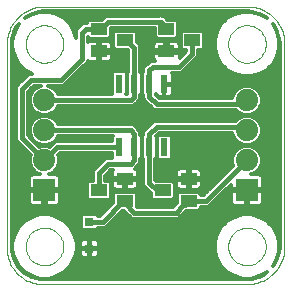
<source format=gbl>
G75*
G70*
%OFA0B0*%
%FSLAX24Y24*%
%IPPOS*%
%LPD*%
%AMOC8*
5,1,8,0,0,1.08239X$1,22.5*
%
%ADD10C,0.0000*%
%ADD11R,0.0740X0.0740*%
%ADD12C,0.0740*%
%ADD13R,0.0236X0.0610*%
%ADD14R,0.0551X0.0394*%
%ADD15R,0.0315X0.0315*%
%ADD16C,0.0120*%
%ADD17R,0.0356X0.0356*%
%ADD18C,0.0160*%
D10*
X000411Y001660D02*
X000409Y001594D01*
X000411Y001528D01*
X000417Y001462D01*
X000426Y001396D01*
X000439Y001331D01*
X000456Y001266D01*
X000476Y001203D01*
X000500Y001141D01*
X000527Y001081D01*
X000558Y001022D01*
X000592Y000964D01*
X000629Y000909D01*
X000669Y000856D01*
X000712Y000806D01*
X000757Y000757D01*
X000806Y000712D01*
X000856Y000669D01*
X000909Y000629D01*
X000964Y000592D01*
X001022Y000558D01*
X001081Y000527D01*
X001141Y000500D01*
X001203Y000476D01*
X001266Y000456D01*
X001331Y000439D01*
X001396Y000426D01*
X001462Y000417D01*
X001528Y000411D01*
X001594Y000409D01*
X001660Y000411D01*
X001660Y000410D02*
X008410Y000410D01*
X008478Y000412D01*
X008545Y000417D01*
X008612Y000426D01*
X008679Y000439D01*
X008744Y000456D01*
X008809Y000475D01*
X008873Y000499D01*
X008935Y000526D01*
X008996Y000556D01*
X009054Y000589D01*
X009111Y000625D01*
X009166Y000665D01*
X009219Y000707D01*
X009270Y000753D01*
X009317Y000800D01*
X009363Y000851D01*
X009405Y000904D01*
X009445Y000959D01*
X009481Y001016D01*
X009514Y001074D01*
X009544Y001135D01*
X009571Y001197D01*
X009595Y001261D01*
X009614Y001326D01*
X009631Y001391D01*
X009644Y001458D01*
X009653Y001525D01*
X009658Y001592D01*
X009660Y001660D01*
X009660Y008410D01*
X009658Y008478D01*
X009653Y008545D01*
X009644Y008612D01*
X009631Y008679D01*
X009614Y008744D01*
X009595Y008809D01*
X009571Y008873D01*
X009544Y008935D01*
X009514Y008996D01*
X009481Y009054D01*
X009445Y009111D01*
X009405Y009166D01*
X009363Y009219D01*
X009317Y009270D01*
X009270Y009317D01*
X009219Y009363D01*
X009166Y009405D01*
X009111Y009445D01*
X009054Y009481D01*
X008996Y009514D01*
X008935Y009544D01*
X008873Y009571D01*
X008809Y009595D01*
X008744Y009614D01*
X008679Y009631D01*
X008612Y009644D01*
X008545Y009653D01*
X008478Y009658D01*
X008410Y009660D01*
X001660Y009660D01*
X001035Y008410D02*
X001037Y008460D01*
X001043Y008509D01*
X001053Y008558D01*
X001066Y008605D01*
X001084Y008652D01*
X001105Y008697D01*
X001129Y008740D01*
X001157Y008781D01*
X001188Y008820D01*
X001222Y008856D01*
X001259Y008890D01*
X001299Y008920D01*
X001340Y008947D01*
X001384Y008971D01*
X001429Y008991D01*
X001476Y009007D01*
X001524Y009020D01*
X001573Y009029D01*
X001623Y009034D01*
X001672Y009035D01*
X001722Y009032D01*
X001771Y009025D01*
X001820Y009014D01*
X001867Y009000D01*
X001913Y008981D01*
X001958Y008959D01*
X002001Y008934D01*
X002041Y008905D01*
X002079Y008873D01*
X002115Y008839D01*
X002148Y008801D01*
X002177Y008761D01*
X002203Y008719D01*
X002226Y008675D01*
X002245Y008629D01*
X002261Y008582D01*
X002273Y008533D01*
X002281Y008484D01*
X002285Y008435D01*
X002285Y008385D01*
X002281Y008336D01*
X002273Y008287D01*
X002261Y008238D01*
X002245Y008191D01*
X002226Y008145D01*
X002203Y008101D01*
X002177Y008059D01*
X002148Y008019D01*
X002115Y007981D01*
X002079Y007947D01*
X002041Y007915D01*
X002001Y007886D01*
X001958Y007861D01*
X001913Y007839D01*
X001867Y007820D01*
X001820Y007806D01*
X001771Y007795D01*
X001722Y007788D01*
X001672Y007785D01*
X001623Y007786D01*
X001573Y007791D01*
X001524Y007800D01*
X001476Y007813D01*
X001429Y007829D01*
X001384Y007849D01*
X001340Y007873D01*
X001299Y007900D01*
X001259Y007930D01*
X001222Y007964D01*
X001188Y008000D01*
X001157Y008039D01*
X001129Y008080D01*
X001105Y008123D01*
X001084Y008168D01*
X001066Y008215D01*
X001053Y008262D01*
X001043Y008311D01*
X001037Y008360D01*
X001035Y008410D01*
X000410Y008410D02*
X000410Y001660D01*
X001035Y001660D02*
X001037Y001710D01*
X001043Y001759D01*
X001053Y001808D01*
X001066Y001855D01*
X001084Y001902D01*
X001105Y001947D01*
X001129Y001990D01*
X001157Y002031D01*
X001188Y002070D01*
X001222Y002106D01*
X001259Y002140D01*
X001299Y002170D01*
X001340Y002197D01*
X001384Y002221D01*
X001429Y002241D01*
X001476Y002257D01*
X001524Y002270D01*
X001573Y002279D01*
X001623Y002284D01*
X001672Y002285D01*
X001722Y002282D01*
X001771Y002275D01*
X001820Y002264D01*
X001867Y002250D01*
X001913Y002231D01*
X001958Y002209D01*
X002001Y002184D01*
X002041Y002155D01*
X002079Y002123D01*
X002115Y002089D01*
X002148Y002051D01*
X002177Y002011D01*
X002203Y001969D01*
X002226Y001925D01*
X002245Y001879D01*
X002261Y001832D01*
X002273Y001783D01*
X002281Y001734D01*
X002285Y001685D01*
X002285Y001635D01*
X002281Y001586D01*
X002273Y001537D01*
X002261Y001488D01*
X002245Y001441D01*
X002226Y001395D01*
X002203Y001351D01*
X002177Y001309D01*
X002148Y001269D01*
X002115Y001231D01*
X002079Y001197D01*
X002041Y001165D01*
X002001Y001136D01*
X001958Y001111D01*
X001913Y001089D01*
X001867Y001070D01*
X001820Y001056D01*
X001771Y001045D01*
X001722Y001038D01*
X001672Y001035D01*
X001623Y001036D01*
X001573Y001041D01*
X001524Y001050D01*
X001476Y001063D01*
X001429Y001079D01*
X001384Y001099D01*
X001340Y001123D01*
X001299Y001150D01*
X001259Y001180D01*
X001222Y001214D01*
X001188Y001250D01*
X001157Y001289D01*
X001129Y001330D01*
X001105Y001373D01*
X001084Y001418D01*
X001066Y001465D01*
X001053Y001512D01*
X001043Y001561D01*
X001037Y001610D01*
X001035Y001660D01*
X000410Y008410D02*
X000412Y008478D01*
X000417Y008545D01*
X000426Y008612D01*
X000439Y008679D01*
X000456Y008744D01*
X000475Y008809D01*
X000499Y008873D01*
X000526Y008935D01*
X000556Y008996D01*
X000589Y009054D01*
X000625Y009111D01*
X000665Y009166D01*
X000707Y009219D01*
X000753Y009270D01*
X000800Y009317D01*
X000851Y009363D01*
X000904Y009405D01*
X000959Y009445D01*
X001016Y009481D01*
X001074Y009514D01*
X001135Y009544D01*
X001197Y009571D01*
X001261Y009595D01*
X001326Y009614D01*
X001391Y009631D01*
X001458Y009644D01*
X001525Y009653D01*
X001592Y009658D01*
X001660Y009660D01*
X007785Y008410D02*
X007787Y008460D01*
X007793Y008509D01*
X007803Y008558D01*
X007816Y008605D01*
X007834Y008652D01*
X007855Y008697D01*
X007879Y008740D01*
X007907Y008781D01*
X007938Y008820D01*
X007972Y008856D01*
X008009Y008890D01*
X008049Y008920D01*
X008090Y008947D01*
X008134Y008971D01*
X008179Y008991D01*
X008226Y009007D01*
X008274Y009020D01*
X008323Y009029D01*
X008373Y009034D01*
X008422Y009035D01*
X008472Y009032D01*
X008521Y009025D01*
X008570Y009014D01*
X008617Y009000D01*
X008663Y008981D01*
X008708Y008959D01*
X008751Y008934D01*
X008791Y008905D01*
X008829Y008873D01*
X008865Y008839D01*
X008898Y008801D01*
X008927Y008761D01*
X008953Y008719D01*
X008976Y008675D01*
X008995Y008629D01*
X009011Y008582D01*
X009023Y008533D01*
X009031Y008484D01*
X009035Y008435D01*
X009035Y008385D01*
X009031Y008336D01*
X009023Y008287D01*
X009011Y008238D01*
X008995Y008191D01*
X008976Y008145D01*
X008953Y008101D01*
X008927Y008059D01*
X008898Y008019D01*
X008865Y007981D01*
X008829Y007947D01*
X008791Y007915D01*
X008751Y007886D01*
X008708Y007861D01*
X008663Y007839D01*
X008617Y007820D01*
X008570Y007806D01*
X008521Y007795D01*
X008472Y007788D01*
X008422Y007785D01*
X008373Y007786D01*
X008323Y007791D01*
X008274Y007800D01*
X008226Y007813D01*
X008179Y007829D01*
X008134Y007849D01*
X008090Y007873D01*
X008049Y007900D01*
X008009Y007930D01*
X007972Y007964D01*
X007938Y008000D01*
X007907Y008039D01*
X007879Y008080D01*
X007855Y008123D01*
X007834Y008168D01*
X007816Y008215D01*
X007803Y008262D01*
X007793Y008311D01*
X007787Y008360D01*
X007785Y008410D01*
X007785Y001660D02*
X007787Y001710D01*
X007793Y001759D01*
X007803Y001808D01*
X007816Y001855D01*
X007834Y001902D01*
X007855Y001947D01*
X007879Y001990D01*
X007907Y002031D01*
X007938Y002070D01*
X007972Y002106D01*
X008009Y002140D01*
X008049Y002170D01*
X008090Y002197D01*
X008134Y002221D01*
X008179Y002241D01*
X008226Y002257D01*
X008274Y002270D01*
X008323Y002279D01*
X008373Y002284D01*
X008422Y002285D01*
X008472Y002282D01*
X008521Y002275D01*
X008570Y002264D01*
X008617Y002250D01*
X008663Y002231D01*
X008708Y002209D01*
X008751Y002184D01*
X008791Y002155D01*
X008829Y002123D01*
X008865Y002089D01*
X008898Y002051D01*
X008927Y002011D01*
X008953Y001969D01*
X008976Y001925D01*
X008995Y001879D01*
X009011Y001832D01*
X009023Y001783D01*
X009031Y001734D01*
X009035Y001685D01*
X009035Y001635D01*
X009031Y001586D01*
X009023Y001537D01*
X009011Y001488D01*
X008995Y001441D01*
X008976Y001395D01*
X008953Y001351D01*
X008927Y001309D01*
X008898Y001269D01*
X008865Y001231D01*
X008829Y001197D01*
X008791Y001165D01*
X008751Y001136D01*
X008708Y001111D01*
X008663Y001089D01*
X008617Y001070D01*
X008570Y001056D01*
X008521Y001045D01*
X008472Y001038D01*
X008422Y001035D01*
X008373Y001036D01*
X008323Y001041D01*
X008274Y001050D01*
X008226Y001063D01*
X008179Y001079D01*
X008134Y001099D01*
X008090Y001123D01*
X008049Y001150D01*
X008009Y001180D01*
X007972Y001214D01*
X007938Y001250D01*
X007907Y001289D01*
X007879Y001330D01*
X007855Y001373D01*
X007834Y001418D01*
X007816Y001465D01*
X007803Y001512D01*
X007793Y001561D01*
X007787Y001610D01*
X007785Y001660D01*
D11*
X008410Y003535D03*
X001660Y003535D03*
D12*
X001660Y004535D03*
X001660Y005535D03*
X001660Y006535D03*
X008410Y006535D03*
X008410Y005535D03*
X008410Y004535D03*
D13*
X005660Y004968D03*
X005160Y004968D03*
X004660Y004968D03*
X004160Y004968D03*
X004160Y007094D03*
X004660Y007094D03*
X005160Y007094D03*
X005660Y007094D03*
D14*
X005727Y008161D03*
X005727Y008909D03*
X006593Y008535D03*
X004343Y008535D03*
X003477Y008161D03*
X003477Y008909D03*
X004343Y003909D03*
X004343Y003161D03*
X003477Y003535D03*
X005602Y003535D03*
X006468Y003161D03*
X006468Y003909D03*
D15*
X003160Y002478D03*
X003160Y001592D03*
D16*
X000926Y000884D02*
X000870Y000884D01*
X000776Y000978D02*
X000637Y001229D01*
X000572Y001508D01*
X000570Y001639D01*
X000570Y001656D01*
X000573Y001718D01*
X000570Y001721D01*
X000570Y008410D01*
X000583Y008581D01*
X000689Y008905D01*
X000805Y009065D01*
X000665Y008822D01*
X000592Y008551D01*
X000592Y008269D01*
X000665Y007998D01*
X000806Y007754D01*
X001004Y007556D01*
X001235Y007422D01*
X001140Y007422D01*
X000827Y007110D01*
X000710Y006993D01*
X000710Y005202D01*
X001202Y004710D01*
X001170Y004632D01*
X001170Y004438D01*
X001245Y004257D01*
X001382Y004120D01*
X001514Y004065D01*
X001269Y004065D01*
X001228Y004054D01*
X001192Y004033D01*
X001162Y004003D01*
X001141Y003967D01*
X001130Y003926D01*
X001130Y003575D01*
X001620Y003575D01*
X001620Y003495D01*
X001700Y003495D01*
X001700Y003575D01*
X002190Y003575D01*
X002190Y003926D01*
X002179Y003967D01*
X002158Y004003D01*
X002128Y004033D01*
X002092Y004054D01*
X002051Y004065D01*
X001806Y004065D01*
X001938Y004120D01*
X002075Y004257D01*
X002150Y004438D01*
X002150Y004632D01*
X002118Y004710D01*
X002176Y004768D01*
X003922Y004768D01*
X003922Y004613D01*
X003925Y004610D01*
X003702Y004610D01*
X003585Y004493D01*
X003585Y004493D01*
X003277Y004185D01*
X003277Y003852D01*
X003152Y003852D01*
X003081Y003782D01*
X003081Y003288D01*
X003152Y003218D01*
X003802Y003218D01*
X003873Y003288D01*
X003873Y003782D01*
X003802Y003852D01*
X003677Y003852D01*
X003677Y004019D01*
X003868Y004210D01*
X003945Y004210D01*
X003939Y004204D01*
X003918Y004168D01*
X003907Y004127D01*
X003907Y003947D01*
X004305Y003947D01*
X004305Y003871D01*
X004381Y003871D01*
X004381Y003552D01*
X004640Y003552D01*
X004680Y003563D01*
X004717Y003584D01*
X004747Y003614D01*
X004768Y003650D01*
X004779Y003691D01*
X004779Y003871D01*
X004382Y003871D01*
X004382Y003947D01*
X004779Y003947D01*
X004779Y004127D01*
X004768Y004168D01*
X004747Y004204D01*
X004717Y004234D01*
X004680Y004255D01*
X004667Y004259D01*
X004743Y004335D01*
X004860Y004452D01*
X004860Y004575D01*
X004898Y004613D01*
X004898Y005323D01*
X004860Y005361D01*
X004860Y005493D01*
X004735Y005618D01*
X004618Y005735D01*
X002108Y005735D01*
X002075Y005813D01*
X001938Y005950D01*
X001757Y006025D01*
X001563Y006025D01*
X001382Y005950D01*
X001245Y005813D01*
X001170Y005632D01*
X001170Y005438D01*
X001245Y005257D01*
X001382Y005120D01*
X001563Y005045D01*
X001757Y005045D01*
X001938Y005120D01*
X002075Y005257D01*
X002108Y005335D01*
X003934Y005335D01*
X003922Y005323D01*
X003922Y005168D01*
X002010Y005168D01*
X001835Y004993D01*
X001757Y005025D01*
X001563Y005025D01*
X001485Y004993D01*
X001110Y005368D01*
X001110Y006827D01*
X001305Y007023D01*
X001557Y007023D01*
X001382Y006950D01*
X001245Y006813D01*
X001170Y006632D01*
X001170Y006438D01*
X001245Y006257D01*
X001382Y006120D01*
X001563Y006045D01*
X001757Y006045D01*
X001938Y006120D01*
X002075Y006257D01*
X002108Y006335D01*
X004618Y006335D01*
X005202Y006335D01*
X005210Y006327D02*
X005327Y006210D01*
X008042Y006210D01*
X008132Y006120D01*
X008313Y006045D01*
X008507Y006045D01*
X008688Y006120D01*
X008825Y006257D01*
X008900Y006438D01*
X008900Y006632D01*
X008825Y006813D01*
X008688Y006950D01*
X008507Y007025D01*
X008313Y007025D01*
X008132Y006950D01*
X007995Y006813D01*
X007920Y006632D01*
X007920Y006610D01*
X005493Y006610D01*
X005381Y006722D01*
X005391Y006732D01*
X005393Y006727D01*
X005414Y006691D01*
X005444Y006661D01*
X005480Y006640D01*
X005521Y006629D01*
X005660Y006629D01*
X005799Y006629D01*
X005840Y006640D01*
X005876Y006661D01*
X005906Y006691D01*
X005927Y006727D01*
X005938Y006768D01*
X005938Y007094D01*
X005660Y007094D01*
X005660Y006629D01*
X005660Y007094D01*
X005660Y007094D01*
X005660Y007094D01*
X005938Y007094D01*
X005938Y007420D01*
X005927Y007460D01*
X006243Y007460D01*
X006360Y007577D01*
X006793Y008010D01*
X006793Y008218D01*
X006918Y008218D01*
X006989Y008288D01*
X006989Y008782D01*
X006918Y008852D01*
X006268Y008852D01*
X006197Y008782D01*
X006197Y008288D01*
X006268Y008218D01*
X006393Y008218D01*
X006393Y008176D01*
X006163Y007945D01*
X006163Y008123D01*
X005765Y008123D01*
X005765Y008199D01*
X005689Y008199D01*
X005688Y008199D02*
X005688Y008123D01*
X005291Y008123D01*
X005291Y007943D01*
X005302Y007902D01*
X005323Y007866D01*
X005329Y007860D01*
X005202Y007860D01*
X005077Y007735D01*
X004960Y007618D01*
X004960Y007487D01*
X004922Y007449D01*
X004922Y006739D01*
X004960Y006701D01*
X004960Y006577D01*
X005210Y006327D01*
X005321Y006217D02*
X002034Y006217D01*
X001885Y006098D02*
X008185Y006098D01*
X008203Y005980D02*
X001867Y005980D01*
X002027Y005861D02*
X008043Y005861D01*
X008042Y005860D02*
X005327Y005860D01*
X005210Y005743D01*
X004960Y005493D01*
X004960Y005361D01*
X004922Y005323D01*
X004922Y004613D01*
X004960Y004575D01*
X004960Y003702D01*
X005077Y003585D01*
X005206Y003456D01*
X005206Y003288D01*
X005277Y003218D01*
X005927Y003218D01*
X005998Y003288D01*
X005998Y003782D01*
X005927Y003852D01*
X005376Y003852D01*
X005360Y003868D01*
X005360Y004575D01*
X005398Y004613D01*
X005398Y005323D01*
X005377Y005344D01*
X005493Y005460D01*
X007920Y005460D01*
X007920Y005438D01*
X007995Y005257D01*
X008132Y005120D01*
X008313Y005045D01*
X008507Y005045D01*
X008688Y005120D01*
X008825Y005257D01*
X008900Y005438D01*
X008900Y005632D01*
X008825Y005813D01*
X008688Y005950D01*
X008507Y006025D01*
X008313Y006025D01*
X008132Y005950D01*
X008042Y005860D01*
X007941Y005387D02*
X005834Y005387D01*
X005828Y005393D02*
X005492Y005393D01*
X005422Y005323D01*
X005422Y004613D01*
X005492Y004543D01*
X005828Y004543D01*
X005898Y004613D01*
X005898Y005323D01*
X005828Y005393D01*
X005898Y005269D02*
X007990Y005269D01*
X008102Y005150D02*
X005898Y005150D01*
X005898Y005032D02*
X009500Y005032D01*
X009500Y004913D02*
X008725Y004913D01*
X008688Y004950D02*
X008507Y005025D01*
X008313Y005025D01*
X008132Y004950D01*
X007995Y004813D01*
X007920Y004632D01*
X007920Y004438D01*
X007952Y004360D01*
X006953Y003361D01*
X006864Y003361D01*
X006864Y003408D01*
X006793Y003478D01*
X006143Y003478D01*
X006072Y003408D01*
X006072Y003105D01*
X005952Y002985D01*
X004743Y002985D01*
X004739Y002989D01*
X004739Y003408D01*
X004668Y003478D01*
X004018Y003478D01*
X003947Y003408D01*
X003947Y003106D01*
X003519Y002678D01*
X003437Y002678D01*
X003437Y002685D01*
X003367Y002755D01*
X002953Y002755D01*
X002883Y002685D01*
X002883Y002271D01*
X002953Y002200D01*
X003367Y002200D01*
X003437Y002271D01*
X003437Y002278D01*
X003685Y002278D01*
X004251Y002844D01*
X004318Y002844D01*
X004460Y002702D01*
X004577Y002585D01*
X006118Y002585D01*
X006368Y002835D01*
X006425Y002835D01*
X006434Y002844D01*
X006793Y002844D01*
X006864Y002914D01*
X006864Y002961D01*
X007119Y002961D01*
X007880Y003722D01*
X007880Y003575D01*
X008370Y003575D01*
X008370Y003495D01*
X008450Y003495D01*
X008450Y003575D01*
X008940Y003575D01*
X008940Y003926D01*
X008929Y003967D01*
X008908Y004003D01*
X008878Y004033D01*
X008842Y004054D01*
X008801Y004065D01*
X008556Y004065D01*
X008688Y004120D01*
X008825Y004257D01*
X008900Y004438D01*
X008900Y004632D01*
X008825Y004813D01*
X008688Y004950D01*
X008718Y005150D02*
X009500Y005150D01*
X009500Y005269D02*
X008830Y005269D01*
X008879Y005387D02*
X009500Y005387D01*
X009500Y005506D02*
X008900Y005506D01*
X008900Y005624D02*
X009500Y005624D01*
X009500Y005743D02*
X008854Y005743D01*
X008777Y005861D02*
X009500Y005861D01*
X009500Y005980D02*
X008617Y005980D01*
X008635Y006098D02*
X009500Y006098D01*
X009500Y006217D02*
X008784Y006217D01*
X008858Y006335D02*
X009500Y006335D01*
X009500Y006454D02*
X008900Y006454D01*
X008900Y006572D02*
X009500Y006572D01*
X009500Y006691D02*
X008876Y006691D01*
X008827Y006809D02*
X009500Y006809D01*
X009500Y006928D02*
X008710Y006928D01*
X008551Y007342D02*
X008269Y007342D01*
X007998Y007415D01*
X007754Y007556D01*
X007556Y007754D01*
X007415Y007998D01*
X007342Y008269D01*
X007342Y008551D01*
X007415Y008822D01*
X007556Y009066D01*
X007754Y009264D01*
X007998Y009405D01*
X008269Y009478D01*
X008551Y009478D01*
X008822Y009405D01*
X009065Y009265D01*
X008905Y009381D01*
X008581Y009487D01*
X008410Y009500D01*
X001660Y009500D01*
X001489Y009487D01*
X001165Y009381D01*
X001005Y009265D01*
X001248Y009405D01*
X001519Y009478D01*
X001801Y009478D01*
X002072Y009405D01*
X002316Y009264D01*
X002514Y009066D01*
X002655Y008822D01*
X002710Y008617D01*
X002710Y008868D01*
X002827Y008985D01*
X002952Y009110D01*
X003077Y009110D01*
X003078Y009110D01*
X003081Y009110D01*
X003081Y009156D01*
X003152Y009226D01*
X003568Y009226D01*
X003702Y009360D01*
X005467Y009360D01*
X005479Y009369D01*
X005500Y009366D01*
X005519Y009376D01*
X005567Y009360D01*
X005618Y009360D01*
X005629Y009349D01*
X005644Y009347D01*
X005656Y009330D01*
X005677Y009324D01*
X005699Y009279D01*
X005735Y009243D01*
X005735Y009228D01*
X005736Y009226D01*
X006052Y009226D01*
X006123Y009156D01*
X006123Y008662D01*
X006052Y008592D01*
X005402Y008592D01*
X005331Y008662D01*
X005331Y008960D01*
X003873Y008960D01*
X003873Y008662D01*
X003802Y008592D01*
X003152Y008592D01*
X003110Y008634D01*
X003110Y008490D01*
X003140Y008507D01*
X003180Y008518D01*
X003439Y008518D01*
X003439Y008199D01*
X003515Y008199D01*
X003515Y008518D01*
X003774Y008518D01*
X003814Y008507D01*
X003851Y008486D01*
X003881Y008456D01*
X003902Y008420D01*
X003913Y008379D01*
X003913Y008199D01*
X003515Y008199D01*
X003515Y008123D01*
X003913Y008123D01*
X003913Y007943D01*
X003902Y007902D01*
X003881Y007866D01*
X003851Y007836D01*
X003814Y007815D01*
X003774Y007804D01*
X003515Y007804D01*
X003515Y008123D01*
X003439Y008123D01*
X003439Y007804D01*
X003180Y007804D01*
X003140Y007815D01*
X003110Y007832D01*
X003110Y007827D01*
X002422Y007140D01*
X002305Y007023D01*
X001763Y007023D01*
X001938Y006950D01*
X002075Y006813D01*
X002108Y006735D01*
X003926Y006735D01*
X003922Y006739D01*
X003922Y007449D01*
X003992Y007519D01*
X004328Y007519D01*
X004398Y007449D01*
X004398Y006739D01*
X004394Y006735D01*
X004426Y006735D01*
X004422Y006739D01*
X004422Y007449D01*
X004460Y007487D01*
X004460Y008202D01*
X004444Y008218D01*
X004018Y008218D01*
X003947Y008288D01*
X003947Y008782D01*
X004018Y008852D01*
X004668Y008852D01*
X004739Y008782D01*
X004739Y008489D01*
X004743Y008485D01*
X004860Y008368D01*
X004860Y007487D01*
X004898Y007449D01*
X004898Y006739D01*
X004860Y006701D01*
X004860Y006577D01*
X004735Y006452D01*
X004618Y006335D01*
X004736Y006454D02*
X005084Y006454D01*
X004965Y006572D02*
X004855Y006572D01*
X004860Y006691D02*
X004960Y006691D01*
X004922Y006809D02*
X004898Y006809D01*
X004898Y006928D02*
X004922Y006928D01*
X004922Y007046D02*
X004898Y007046D01*
X004898Y007165D02*
X004922Y007165D01*
X004922Y007283D02*
X004898Y007283D01*
X004898Y007402D02*
X004922Y007402D01*
X004960Y007520D02*
X004860Y007520D01*
X004860Y007639D02*
X004981Y007639D01*
X005099Y007757D02*
X004860Y007757D01*
X004860Y007876D02*
X005318Y007876D01*
X005291Y007994D02*
X004860Y007994D01*
X004860Y008113D02*
X005291Y008113D01*
X005291Y008199D02*
X005688Y008199D01*
X005689Y008199D02*
X005689Y008518D01*
X005430Y008518D01*
X005390Y008507D01*
X005353Y008486D01*
X005323Y008456D01*
X005302Y008420D01*
X005291Y008379D01*
X005291Y008199D01*
X005291Y008231D02*
X004860Y008231D01*
X004860Y008350D02*
X005291Y008350D01*
X005335Y008468D02*
X004760Y008468D01*
X004739Y008587D02*
X006197Y008587D01*
X006197Y008705D02*
X006123Y008705D01*
X006123Y008824D02*
X006239Y008824D01*
X006123Y008942D02*
X007484Y008942D01*
X007416Y008824D02*
X006947Y008824D01*
X006989Y008705D02*
X007384Y008705D01*
X007352Y008587D02*
X006989Y008587D01*
X006989Y008468D02*
X007342Y008468D01*
X007342Y008350D02*
X006989Y008350D01*
X006931Y008231D02*
X007353Y008231D01*
X007384Y008113D02*
X006793Y008113D01*
X006777Y007994D02*
X007417Y007994D01*
X007486Y007876D02*
X006658Y007876D01*
X006540Y007757D02*
X007554Y007757D01*
X007671Y007639D02*
X006421Y007639D01*
X006303Y007520D02*
X007816Y007520D01*
X008048Y007402D02*
X005938Y007402D01*
X005938Y007283D02*
X009500Y007283D01*
X009500Y007165D02*
X005938Y007165D01*
X005938Y007046D02*
X009500Y007046D01*
X009500Y007402D02*
X008772Y007402D01*
X008822Y007415D02*
X009066Y007556D01*
X009264Y007754D01*
X009405Y007998D01*
X009478Y008269D01*
X009478Y008551D01*
X009405Y008822D01*
X009265Y009065D01*
X009381Y008905D01*
X009487Y008581D01*
X009500Y008410D01*
X009500Y001660D01*
X009487Y001489D01*
X009381Y001165D01*
X009265Y001005D01*
X009405Y001248D01*
X009478Y001519D01*
X009478Y001801D01*
X009405Y002072D01*
X009264Y002316D01*
X009066Y002514D01*
X008822Y002655D01*
X008551Y002728D01*
X008269Y002728D01*
X007998Y002655D01*
X007754Y002514D01*
X007556Y002316D01*
X007415Y002072D01*
X007342Y001801D01*
X007342Y001519D01*
X007415Y001248D01*
X007556Y001004D01*
X007754Y000806D01*
X007998Y000665D01*
X008269Y000592D01*
X008551Y000592D01*
X008822Y000665D01*
X009065Y000805D01*
X008905Y000689D01*
X008581Y000583D01*
X008410Y000570D01*
X001721Y000570D01*
X001718Y000573D01*
X001656Y000570D01*
X001639Y000570D01*
X001508Y000572D01*
X001229Y000637D01*
X000978Y000776D01*
X000776Y000978D01*
X000762Y001003D02*
X000807Y001003D01*
X000806Y001004D02*
X001004Y000806D01*
X001248Y000665D01*
X001519Y000592D01*
X001801Y000592D01*
X002072Y000665D01*
X002316Y000806D01*
X002514Y001004D01*
X002655Y001248D01*
X002728Y001519D01*
X002728Y001801D01*
X002655Y002072D01*
X002514Y002316D01*
X002316Y002514D01*
X002072Y002655D01*
X001801Y002728D01*
X001519Y002728D01*
X001248Y002655D01*
X001004Y002514D01*
X000806Y002316D01*
X000665Y002072D01*
X000592Y001801D01*
X000592Y001519D01*
X000665Y001248D01*
X000806Y001004D01*
X000738Y001121D02*
X000696Y001121D01*
X000670Y001240D02*
X000634Y001240D01*
X000635Y001358D02*
X000607Y001358D01*
X000604Y001477D02*
X000580Y001477D01*
X000571Y001595D02*
X000592Y001595D01*
X000592Y001714D02*
X000573Y001714D01*
X000570Y001832D02*
X000601Y001832D01*
X000570Y001951D02*
X000632Y001951D01*
X000664Y002069D02*
X000570Y002069D01*
X000570Y002188D02*
X000732Y002188D01*
X000800Y002306D02*
X000570Y002306D01*
X000570Y002425D02*
X000914Y002425D01*
X001054Y002543D02*
X000570Y002543D01*
X000570Y002662D02*
X001272Y002662D01*
X001269Y003005D02*
X001620Y003005D01*
X001620Y003495D01*
X001130Y003495D01*
X001130Y003144D01*
X001141Y003103D01*
X001162Y003067D01*
X001192Y003037D01*
X001228Y003016D01*
X001269Y003005D01*
X001226Y003017D02*
X000570Y003017D01*
X000570Y002899D02*
X003740Y002899D01*
X003858Y003017D02*
X002094Y003017D01*
X002092Y003016D02*
X002128Y003037D01*
X002158Y003067D01*
X002179Y003103D01*
X002190Y003144D01*
X002190Y003495D01*
X001700Y003495D01*
X001700Y003005D01*
X002051Y003005D01*
X002092Y003016D01*
X002188Y003136D02*
X003947Y003136D01*
X003947Y003254D02*
X003838Y003254D01*
X003873Y003373D02*
X003947Y003373D01*
X003873Y003491D02*
X005171Y003491D01*
X005206Y003373D02*
X004739Y003373D01*
X004739Y003254D02*
X005241Y003254D01*
X005053Y003610D02*
X004742Y003610D01*
X004779Y003728D02*
X004960Y003728D01*
X004960Y003847D02*
X004779Y003847D01*
X004779Y003965D02*
X004960Y003965D01*
X004960Y004084D02*
X004779Y004084D01*
X004748Y004202D02*
X004960Y004202D01*
X004960Y004321D02*
X004728Y004321D01*
X004847Y004439D02*
X004960Y004439D01*
X004960Y004558D02*
X004860Y004558D01*
X004898Y004676D02*
X004922Y004676D01*
X004922Y004795D02*
X004898Y004795D01*
X004898Y004913D02*
X004922Y004913D01*
X004922Y005032D02*
X004898Y005032D01*
X004898Y005150D02*
X004922Y005150D01*
X004922Y005269D02*
X004898Y005269D01*
X004860Y005387D02*
X004960Y005387D01*
X004973Y005506D02*
X004847Y005506D01*
X004729Y005624D02*
X005091Y005624D01*
X005210Y005743D02*
X002104Y005743D01*
X002080Y005269D02*
X003922Y005269D01*
X003922Y004676D02*
X002132Y004676D01*
X002150Y004558D02*
X003650Y004558D01*
X003531Y004439D02*
X002150Y004439D01*
X002102Y004321D02*
X003413Y004321D01*
X003294Y004202D02*
X002020Y004202D01*
X001850Y004084D02*
X003277Y004084D01*
X003277Y003965D02*
X002180Y003965D01*
X002190Y003847D02*
X003146Y003847D01*
X003081Y003728D02*
X002190Y003728D01*
X002190Y003610D02*
X003081Y003610D01*
X003081Y003491D02*
X002190Y003491D01*
X002190Y003373D02*
X003081Y003373D01*
X003116Y003254D02*
X002190Y003254D01*
X001700Y003254D02*
X001620Y003254D01*
X001620Y003136D02*
X001700Y003136D01*
X001700Y003017D02*
X001620Y003017D01*
X001620Y003373D02*
X001700Y003373D01*
X001700Y003491D02*
X001620Y003491D01*
X001130Y003491D02*
X000570Y003491D01*
X000570Y003373D02*
X001130Y003373D01*
X001130Y003254D02*
X000570Y003254D01*
X000570Y003136D02*
X001132Y003136D01*
X001130Y003610D02*
X000570Y003610D01*
X000570Y003728D02*
X001130Y003728D01*
X001130Y003847D02*
X000570Y003847D01*
X000570Y003965D02*
X001140Y003965D01*
X001300Y004202D02*
X000570Y004202D01*
X000570Y004084D02*
X001470Y004084D01*
X001218Y004321D02*
X000570Y004321D01*
X000570Y004439D02*
X001170Y004439D01*
X001170Y004558D02*
X000570Y004558D01*
X000570Y004676D02*
X001188Y004676D01*
X001118Y004795D02*
X000570Y004795D01*
X000570Y004913D02*
X000999Y004913D01*
X000881Y005032D02*
X000570Y005032D01*
X000570Y005150D02*
X000762Y005150D01*
X000710Y005269D02*
X000570Y005269D01*
X000570Y005387D02*
X000710Y005387D01*
X000710Y005506D02*
X000570Y005506D01*
X000570Y005624D02*
X000710Y005624D01*
X000710Y005743D02*
X000570Y005743D01*
X000570Y005861D02*
X000710Y005861D01*
X000710Y005980D02*
X000570Y005980D01*
X000570Y006098D02*
X000710Y006098D01*
X000710Y006217D02*
X000570Y006217D01*
X000570Y006335D02*
X000710Y006335D01*
X000710Y006454D02*
X000570Y006454D01*
X000570Y006572D02*
X000710Y006572D01*
X000710Y006691D02*
X000570Y006691D01*
X000570Y006809D02*
X000710Y006809D01*
X000710Y006928D02*
X000570Y006928D01*
X000570Y007046D02*
X000763Y007046D01*
X000882Y007165D02*
X000570Y007165D01*
X000570Y007283D02*
X001000Y007283D01*
X001119Y007402D02*
X000570Y007402D01*
X000570Y007520D02*
X001066Y007520D01*
X000921Y007639D02*
X000570Y007639D01*
X000570Y007757D02*
X000804Y007757D01*
X000736Y007876D02*
X000570Y007876D01*
X000570Y007994D02*
X000667Y007994D01*
X000634Y008113D02*
X000570Y008113D01*
X000570Y008231D02*
X000603Y008231D01*
X000592Y008350D02*
X000570Y008350D01*
X000575Y008468D02*
X000592Y008468D01*
X000585Y008587D02*
X000602Y008587D01*
X000624Y008705D02*
X000634Y008705D01*
X000662Y008824D02*
X000666Y008824D01*
X000716Y008942D02*
X000734Y008942D01*
X000802Y009061D02*
X000803Y009061D01*
X001050Y009298D02*
X001062Y009298D01*
X001272Y009416D02*
X001289Y009416D01*
X002031Y009416D02*
X008039Y009416D01*
X007812Y009298D02*
X005690Y009298D01*
X006099Y009179D02*
X007669Y009179D01*
X007553Y009061D02*
X006123Y009061D01*
X006024Y008518D02*
X005765Y008518D01*
X005765Y008199D01*
X006163Y008199D01*
X006163Y008379D01*
X006152Y008420D01*
X006131Y008456D01*
X006101Y008486D01*
X006064Y008507D01*
X006024Y008518D01*
X006119Y008468D02*
X006197Y008468D01*
X006197Y008350D02*
X006163Y008350D01*
X006163Y008231D02*
X006255Y008231D01*
X006330Y008113D02*
X006163Y008113D01*
X006163Y007994D02*
X006211Y007994D01*
X005765Y008231D02*
X005689Y008231D01*
X005689Y008350D02*
X005765Y008350D01*
X005765Y008468D02*
X005689Y008468D01*
X005331Y008705D02*
X004739Y008705D01*
X004697Y008824D02*
X005331Y008824D01*
X005331Y008942D02*
X003873Y008942D01*
X003873Y008824D02*
X003989Y008824D01*
X003947Y008705D02*
X003873Y008705D01*
X003947Y008587D02*
X003110Y008587D01*
X002784Y008942D02*
X002586Y008942D01*
X002654Y008824D02*
X002710Y008824D01*
X002710Y008705D02*
X002686Y008705D01*
X002517Y009061D02*
X002903Y009061D01*
X003105Y009179D02*
X002401Y009179D01*
X002258Y009298D02*
X003640Y009298D01*
X003515Y008468D02*
X003439Y008468D01*
X003439Y008350D02*
X003515Y008350D01*
X003515Y008231D02*
X003439Y008231D01*
X003439Y008113D02*
X003515Y008113D01*
X003515Y007994D02*
X003439Y007994D01*
X003439Y007876D02*
X003515Y007876D01*
X003886Y007876D02*
X004460Y007876D01*
X004460Y007994D02*
X003913Y007994D01*
X003913Y008113D02*
X004460Y008113D01*
X004460Y007757D02*
X003040Y007757D01*
X002921Y007639D02*
X004460Y007639D01*
X004460Y007520D02*
X002803Y007520D01*
X002684Y007402D02*
X003922Y007402D01*
X003922Y007283D02*
X002566Y007283D01*
X002447Y007165D02*
X003922Y007165D01*
X003922Y007046D02*
X002329Y007046D01*
X002077Y006809D02*
X003922Y006809D01*
X003922Y006928D02*
X001960Y006928D01*
X001360Y006928D02*
X001210Y006928D01*
X001243Y006809D02*
X001110Y006809D01*
X001110Y006691D02*
X001194Y006691D01*
X001170Y006572D02*
X001110Y006572D01*
X001110Y006454D02*
X001170Y006454D01*
X001212Y006335D02*
X001110Y006335D01*
X001110Y006217D02*
X001286Y006217D01*
X001435Y006098D02*
X001110Y006098D01*
X001110Y005980D02*
X001453Y005980D01*
X001293Y005861D02*
X001110Y005861D01*
X001110Y005743D02*
X001216Y005743D01*
X001170Y005624D02*
X001110Y005624D01*
X001110Y005506D02*
X001170Y005506D01*
X001191Y005387D02*
X001110Y005387D01*
X001209Y005269D02*
X001240Y005269D01*
X001328Y005150D02*
X001352Y005150D01*
X001446Y005032D02*
X001874Y005032D01*
X001968Y005150D02*
X001992Y005150D01*
X003677Y003965D02*
X003907Y003965D01*
X003907Y003871D02*
X003907Y003691D01*
X003918Y003650D01*
X003939Y003614D01*
X003969Y003584D01*
X004006Y003563D01*
X004046Y003552D01*
X004305Y003552D01*
X004305Y003871D01*
X003907Y003871D01*
X003907Y003847D02*
X003808Y003847D01*
X003873Y003728D02*
X003907Y003728D01*
X003873Y003610D02*
X003944Y003610D01*
X004305Y003610D02*
X004381Y003610D01*
X004381Y003728D02*
X004305Y003728D01*
X004305Y003847D02*
X004381Y003847D01*
X003938Y004202D02*
X003860Y004202D01*
X003907Y004084D02*
X003741Y004084D01*
X004739Y003136D02*
X006072Y003136D01*
X006072Y003254D02*
X005963Y003254D01*
X005998Y003373D02*
X006072Y003373D01*
X005998Y003491D02*
X007083Y003491D01*
X006965Y003373D02*
X006864Y003373D01*
X006805Y003563D02*
X006842Y003584D01*
X006872Y003614D01*
X006893Y003650D01*
X006904Y003691D01*
X006904Y003871D01*
X006507Y003871D01*
X006507Y003947D01*
X006904Y003947D01*
X006904Y004127D01*
X006893Y004168D01*
X006872Y004204D01*
X006842Y004234D01*
X006805Y004255D01*
X006765Y004266D01*
X006506Y004266D01*
X006506Y003947D01*
X006430Y003947D01*
X006430Y003871D01*
X006506Y003871D01*
X006506Y003552D01*
X006765Y003552D01*
X006805Y003563D01*
X006867Y003610D02*
X007202Y003610D01*
X007320Y003728D02*
X006904Y003728D01*
X006904Y003847D02*
X007439Y003847D01*
X007557Y003965D02*
X006904Y003965D01*
X006904Y004084D02*
X007676Y004084D01*
X007794Y004202D02*
X006873Y004202D01*
X006506Y004202D02*
X006430Y004202D01*
X006430Y004266D02*
X006171Y004266D01*
X006131Y004255D01*
X006094Y004234D01*
X006064Y004204D01*
X006043Y004168D01*
X006032Y004127D01*
X006032Y003947D01*
X006430Y003947D01*
X006430Y004266D01*
X006430Y004084D02*
X006506Y004084D01*
X006506Y003965D02*
X006430Y003965D01*
X006430Y003871D02*
X006032Y003871D01*
X006032Y003691D01*
X006043Y003650D01*
X006064Y003614D01*
X006094Y003584D01*
X006131Y003563D01*
X006171Y003552D01*
X006430Y003552D01*
X006430Y003871D01*
X006430Y003847D02*
X006506Y003847D01*
X006506Y003728D02*
X006430Y003728D01*
X006430Y003610D02*
X006506Y003610D01*
X006069Y003610D02*
X005998Y003610D01*
X005998Y003728D02*
X006032Y003728D01*
X006032Y003847D02*
X005933Y003847D01*
X006032Y003965D02*
X005360Y003965D01*
X005360Y004084D02*
X006032Y004084D01*
X006063Y004202D02*
X005360Y004202D01*
X005360Y004321D02*
X007913Y004321D01*
X007920Y004439D02*
X005360Y004439D01*
X005360Y004558D02*
X005478Y004558D01*
X005422Y004676D02*
X005398Y004676D01*
X005398Y004795D02*
X005422Y004795D01*
X005422Y004913D02*
X005398Y004913D01*
X005398Y005032D02*
X005422Y005032D01*
X005422Y005150D02*
X005398Y005150D01*
X005398Y005269D02*
X005422Y005269D01*
X005420Y005387D02*
X005486Y005387D01*
X005898Y004913D02*
X008095Y004913D01*
X007987Y004795D02*
X005898Y004795D01*
X005898Y004676D02*
X007938Y004676D01*
X007920Y004558D02*
X005842Y004558D01*
X007293Y003136D02*
X007882Y003136D01*
X007880Y003144D02*
X007891Y003103D01*
X007912Y003067D01*
X007942Y003037D01*
X007978Y003016D01*
X008019Y003005D01*
X008370Y003005D01*
X008370Y003495D01*
X007880Y003495D01*
X007880Y003144D01*
X007880Y003254D02*
X007412Y003254D01*
X007530Y003373D02*
X007880Y003373D01*
X007880Y003491D02*
X007649Y003491D01*
X007767Y003610D02*
X007880Y003610D01*
X008370Y003491D02*
X008450Y003491D01*
X008450Y003495D02*
X008450Y003005D01*
X008801Y003005D01*
X008842Y003016D01*
X008878Y003037D01*
X008908Y003067D01*
X008929Y003103D01*
X008940Y003144D01*
X008940Y003495D01*
X008450Y003495D01*
X008450Y003373D02*
X008370Y003373D01*
X008370Y003254D02*
X008450Y003254D01*
X008450Y003136D02*
X008370Y003136D01*
X008370Y003017D02*
X008450Y003017D01*
X008844Y003017D02*
X009500Y003017D01*
X009500Y002899D02*
X006848Y002899D01*
X007175Y003017D02*
X007976Y003017D01*
X008022Y002662D02*
X006194Y002662D01*
X006313Y002780D02*
X009500Y002780D01*
X009500Y002662D02*
X008798Y002662D01*
X009016Y002543D02*
X009500Y002543D01*
X009500Y002425D02*
X009156Y002425D01*
X009270Y002306D02*
X009500Y002306D01*
X009500Y002188D02*
X009338Y002188D01*
X009406Y002069D02*
X009500Y002069D01*
X009500Y001951D02*
X009438Y001951D01*
X009469Y001832D02*
X009500Y001832D01*
X009500Y001714D02*
X009478Y001714D01*
X009478Y001595D02*
X009495Y001595D01*
X009482Y001477D02*
X009466Y001477D01*
X009444Y001358D02*
X009435Y001358D01*
X009405Y001240D02*
X009400Y001240D01*
X009349Y001121D02*
X009332Y001121D01*
X009010Y000766D02*
X008996Y000766D01*
X008776Y000647D02*
X008755Y000647D01*
X008065Y000647D02*
X002005Y000647D01*
X002246Y000766D02*
X007824Y000766D01*
X007676Y000884D02*
X002394Y000884D01*
X002513Y001003D02*
X007557Y001003D01*
X007488Y001121D02*
X002582Y001121D01*
X002650Y001240D02*
X007420Y001240D01*
X007385Y001358D02*
X003458Y001358D01*
X003467Y001373D02*
X003477Y001414D01*
X003477Y001573D01*
X003179Y001573D01*
X003179Y001275D01*
X003339Y001275D01*
X003379Y001286D01*
X003416Y001307D01*
X003446Y001336D01*
X003467Y001373D01*
X003477Y001477D02*
X007354Y001477D01*
X007342Y001595D02*
X003179Y001595D01*
X003179Y001611D02*
X003477Y001611D01*
X003477Y001771D01*
X003467Y001811D01*
X003446Y001848D01*
X003416Y001878D01*
X003379Y001899D01*
X003339Y001910D01*
X003179Y001910D01*
X003179Y001611D01*
X003179Y001573D01*
X003141Y001573D01*
X003141Y001275D01*
X002981Y001275D01*
X002941Y001286D01*
X002904Y001307D01*
X002874Y001336D01*
X002853Y001373D01*
X002843Y001414D01*
X002843Y001573D01*
X003141Y001573D01*
X003141Y001611D01*
X002843Y001611D01*
X002843Y001771D01*
X002853Y001811D01*
X002874Y001848D01*
X002904Y001878D01*
X002941Y001899D01*
X002981Y001910D01*
X003141Y001910D01*
X003141Y001611D01*
X003179Y001611D01*
X003141Y001595D02*
X002728Y001595D01*
X002716Y001477D02*
X002843Y001477D01*
X002862Y001358D02*
X002685Y001358D01*
X002728Y001714D02*
X002843Y001714D01*
X002865Y001832D02*
X002719Y001832D01*
X002688Y001951D02*
X007382Y001951D01*
X007414Y002069D02*
X002656Y002069D01*
X002588Y002188D02*
X007482Y002188D01*
X007550Y002306D02*
X003713Y002306D01*
X003831Y002425D02*
X007664Y002425D01*
X007804Y002543D02*
X003950Y002543D01*
X004068Y002662D02*
X004501Y002662D01*
X004382Y002780D02*
X004187Y002780D01*
X003621Y002780D02*
X000570Y002780D01*
X002048Y002662D02*
X002883Y002662D01*
X002883Y002543D02*
X002266Y002543D01*
X002406Y002425D02*
X002883Y002425D01*
X002883Y002306D02*
X002520Y002306D01*
X003141Y001832D02*
X003179Y001832D01*
X003179Y001714D02*
X003141Y001714D01*
X003141Y001477D02*
X003179Y001477D01*
X003179Y001358D02*
X003141Y001358D01*
X003477Y001714D02*
X007342Y001714D01*
X007351Y001832D02*
X003455Y001832D01*
X004739Y003017D02*
X005984Y003017D01*
X008600Y004084D02*
X009500Y004084D01*
X009500Y004202D02*
X008770Y004202D01*
X008852Y004321D02*
X009500Y004321D01*
X009500Y004439D02*
X008900Y004439D01*
X008900Y004558D02*
X009500Y004558D01*
X009500Y004676D02*
X008882Y004676D01*
X008833Y004795D02*
X009500Y004795D01*
X009500Y003965D02*
X008930Y003965D01*
X008940Y003847D02*
X009500Y003847D01*
X009500Y003728D02*
X008940Y003728D01*
X008940Y003610D02*
X009500Y003610D01*
X009500Y003491D02*
X008940Y003491D01*
X008940Y003373D02*
X009500Y003373D01*
X009500Y003254D02*
X008940Y003254D01*
X008938Y003136D02*
X009500Y003136D01*
X007944Y006691D02*
X005906Y006691D01*
X005938Y006809D02*
X007993Y006809D01*
X008110Y006928D02*
X005938Y006928D01*
X005660Y006928D02*
X005660Y006928D01*
X005660Y007046D02*
X005660Y007046D01*
X005660Y006809D02*
X005660Y006809D01*
X005660Y006691D02*
X005660Y006691D01*
X005414Y006691D02*
X005412Y006691D01*
X004422Y006809D02*
X004398Y006809D01*
X004398Y006928D02*
X004422Y006928D01*
X004422Y007046D02*
X004398Y007046D01*
X004398Y007165D02*
X004422Y007165D01*
X004422Y007283D02*
X004398Y007283D01*
X004398Y007402D02*
X004422Y007402D01*
X004005Y008231D02*
X003913Y008231D01*
X003913Y008350D02*
X003947Y008350D01*
X003947Y008468D02*
X003869Y008468D01*
X008551Y007342D02*
X008822Y007415D01*
X009004Y007520D02*
X009500Y007520D01*
X009500Y007639D02*
X009149Y007639D01*
X009266Y007757D02*
X009500Y007757D01*
X009500Y007876D02*
X009334Y007876D01*
X009403Y007994D02*
X009500Y007994D01*
X009500Y008113D02*
X009436Y008113D01*
X009467Y008231D02*
X009500Y008231D01*
X009500Y008350D02*
X009478Y008350D01*
X009478Y008468D02*
X009495Y008468D01*
X009485Y008587D02*
X009468Y008587D01*
X009446Y008705D02*
X009436Y008705D01*
X009408Y008824D02*
X009404Y008824D01*
X009354Y008942D02*
X009336Y008942D01*
X009267Y009061D02*
X009268Y009061D01*
X009020Y009298D02*
X009008Y009298D01*
X008798Y009416D02*
X008781Y009416D01*
X001074Y000766D02*
X000996Y000766D01*
X000978Y000776D02*
X000978Y000776D01*
X001210Y000647D02*
X001315Y000647D01*
D17*
X007535Y004535D03*
X007285Y007285D03*
X002910Y007285D03*
D18*
X002910Y007910D02*
X002223Y007223D01*
X001223Y007223D01*
X000910Y006910D01*
X000910Y005285D01*
X001660Y004535D01*
X002093Y004968D01*
X004160Y004968D01*
X004660Y004968D02*
X004660Y004535D01*
X004535Y004410D01*
X003785Y004410D01*
X003477Y004102D01*
X003477Y003535D01*
X004285Y003161D02*
X004343Y003161D01*
X004343Y003102D01*
X004660Y002785D01*
X006035Y002785D01*
X006285Y003035D01*
X006342Y003035D01*
X006468Y003161D01*
X007036Y003161D01*
X008410Y004535D01*
X008410Y005535D02*
X008285Y005660D01*
X005410Y005660D01*
X005160Y005410D01*
X005160Y004968D01*
X005160Y003785D01*
X005410Y003535D01*
X005602Y003535D01*
X004285Y003161D02*
X003602Y002478D01*
X003160Y002478D01*
X004660Y004968D02*
X004660Y005410D01*
X004535Y005535D01*
X001660Y005535D01*
X001660Y006535D02*
X004535Y006535D01*
X004660Y006660D01*
X004660Y007094D01*
X004660Y008285D01*
X004410Y008535D01*
X004343Y008535D01*
X003785Y009160D02*
X003534Y008909D01*
X003160Y008910D01*
X003035Y008910D01*
X002910Y008785D01*
X002910Y007910D01*
X003477Y008909D02*
X003534Y008909D01*
X003785Y009160D02*
X005535Y009160D01*
X005661Y008909D01*
X005727Y008909D01*
X005726Y008910D01*
X005535Y009160D01*
X006593Y008535D02*
X006593Y008093D01*
X006160Y007660D01*
X005285Y007660D01*
X005160Y007535D01*
X005160Y007094D01*
X005160Y006660D01*
X005410Y006410D01*
X008285Y006410D01*
X008410Y006535D01*
X007285Y007285D02*
X007094Y007094D01*
X005660Y007094D01*
M02*

</source>
